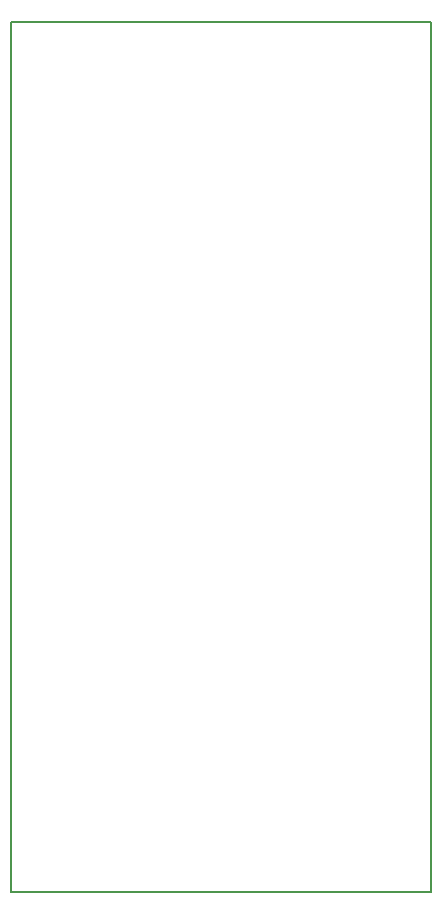
<source format=gbr>
G04 #@! TF.FileFunction,Profile,NP*
%FSLAX46Y46*%
G04 Gerber Fmt 4.6, Leading zero omitted, Abs format (unit mm)*
G04 Created by KiCad (PCBNEW 4.0.2+dfsg1-stable) date Wed 09 May 2018 11:30:02 PM PDT*
%MOMM*%
G01*
G04 APERTURE LIST*
%ADD10C,0.100000*%
%ADD11C,0.150000*%
G04 APERTURE END LIST*
D10*
D11*
X149987000Y-135686800D02*
X185547000Y-135686800D01*
X185547000Y-135686800D02*
X185547000Y-62026800D01*
X185547000Y-62026800D02*
X149987000Y-62026800D01*
X149987000Y-62026800D02*
X149987000Y-135686800D01*
M02*

</source>
